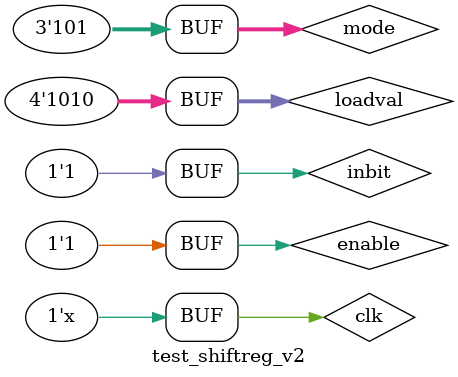
<source format=v>
`timescale 1ns / 1ps


module test_shiftreg_v2;

	// Inputs
	reg [2:0] mode;
	reg clk;
	reg enable;
	reg inbit;
	reg [3:0] loadval;

	// Outputs
	wire [3:0] regval;

	// Instantiate the Unit Under Test (UUT)
	ShiftRegister uut (
		.mode(mode), 
		.clk(clk), 
		.enable(enable), 
		.inbit(inbit), 
		.loadval(loadval), 
		.regval(regval)
	);

	initial begin
		// Initialize Inputs
		#50
		//Load
		mode = 3'b000;
		clk = 0;
		enable = 1;
		inbit = 0;
		loadval = 4'b1010;

		//Hold
		#100;
		mode = 3'b001;
		clk = 0;
		enable = 1;
		inbit = 0;
		loadval = 4'b1010;
		
		/*//Right Shift
		#100
		mode = 3'b010;
		clk = 0;
		enable = 1;
		inbit = 0;
		loadval = 4'b1010;*/
		
		//Left Shift
		#100
		mode = 3'b011;
		clk = 0;
		enable = 1;
		inbit = 0;
		loadval = 4'b1010;
		
		/*//Right shift input
		#100
		mode = 3'b100;
		clk = 0;
		enable = 1;
		inbit = 1;
		loadval = 4'b1010;*/
		
		//Left shift input
		#100
		mode = 3'b101;
		clk = 0;
		enable = 1;
		inbit = 1;
		loadval = 4'b1010;
        
		// Add stimulus here

	end
	always
	#5 clk =!clk;
      
endmodule


</source>
